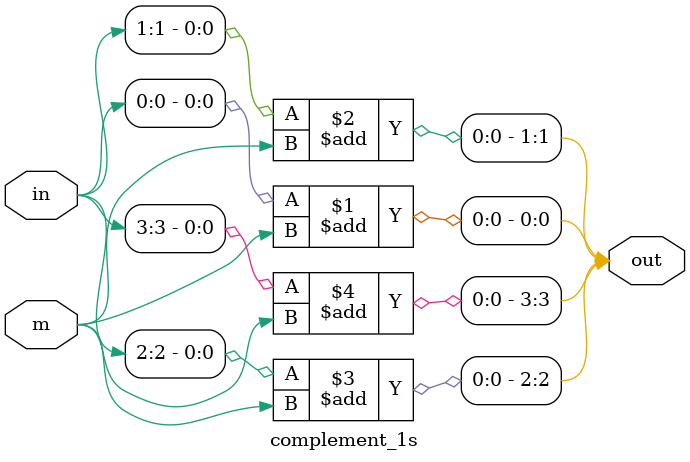
<source format=v>
module complement_1s(
	in, m, out
);

input [3:0] in;
input m;
output [3:0] out;

assign out[0] = in[0]+m;
assign out[1] = in[1]+m;
assign out[2] = in[2]+m;
assign out[3] = in[3]+m;

endmodule
</source>
